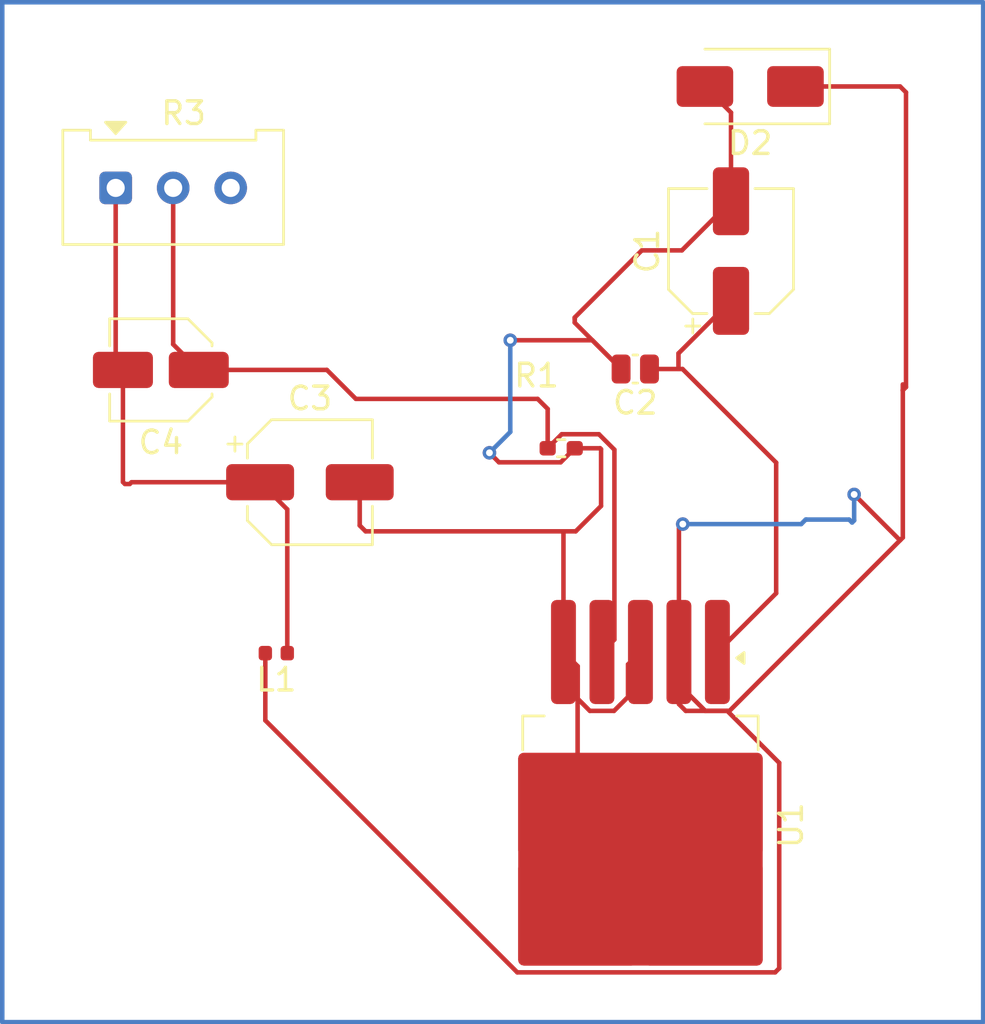
<source format=kicad_pcb>
(kicad_pcb (version 20240108) (generator "pcbnew") (generator_version "8.0")
  (layers (0 "F.Cu" signal) (31 "B.Cu" signal) (34 "B.Paste" user) (35 "F.Paste" user) (36 "B.SilkS" user "B.Silkscreen") (37 "F.SilkS" user "F.Silkscreen") (38 "B.Mask" user) (39 "F.Mask" user) (44 "Edge.Cuts" user))
  (net 0 "")
  (net 1 "GND")
  (net 2 "Net-(U1-VIN)")
  (net 3 "Net-(C3-Pad1)")
  (net 4 "Net-(D2-K)")
  (net 5 "Net-(U1-FB)")
  (footprint "Capacitor_SMD:C_0504_1310Metric_Pad0.83x1.28mm_HandSolder" (layer "F.Cu") (at 132.8725 85.5 180)
    (property "Reference" "C2" (at 0 -1.49 180) (layer "F.SilkS"))
    (property "Value" "100n")
    (fp_line (start -0.101969 0.62) (end 0.101969 0.62) (stroke (width 0.12)) (layer "F.SilkS"))
    (fp_line (start -0.101969 -0.62) (end 0.101969 -0.62) (stroke (width 0.12)) (layer "F.SilkS"))
    (pad "1" smd roundrect (at -0.6275 0 180) (size 0.835 1.28) (layers "F.Cu" "F.Paste" "F.Mask") (net 2 "Net-(U1-VIN)"))
    (pad "2" smd roundrect (at 0.6275 0 180) (size 0.835 1.28) (layers "F.Cu" "F.Paste" "F.Mask") (net 1 "GND"))
  )
  (footprint "Capacitor_SMD:C_Elec_4x5.8" (layer "F.Cu") (at 111.915 85.54 180)
    (property "Reference" "C4" (at 0 -3.2 180) (layer "F.SilkS"))
    (property "Value" "C")
    (fp_line (start 2.26 2.26) (end 2.26 1.06) (stroke (width 0.12)) (layer "F.SilkS"))
    (fp_line (start 2.26 -2.26) (end 2.26 -1.06) (stroke (width 0.12)) (layer "F.SilkS"))
    (fp_line (start -1.195563 2.26) (end 2.26 2.26) (stroke (width 0.12)) (layer "F.SilkS"))
    (fp_line (start -1.195563 -2.26) (end 2.26 -2.26) (stroke (width 0.12)) (layer "F.SilkS"))
    (fp_line (start -2.26 1.195563) (end -1.195563 2.26) (stroke (width 0.12)) (layer "F.SilkS"))
    (fp_line (start -2.26 1.195563) (end -2.26 1.06) (stroke (width 0.12)) (layer "F.SilkS"))
    (fp_line (start -2.26 -1.195563) (end -1.195563 -2.26) (stroke (width 0.12)) (layer "F.SilkS"))
    (fp_line (start -2.26 -1.195563) (end -2.26 -1.06) (stroke (width 0.12)) (layer "F.SilkS"))
    (pad "1" smd roundrect (at -1.675 0 180) (size 2.65 1.6) (layers "F.Cu" "F.Paste" "F.Mask") (roundrect_rratio 0.15625) (net 5 "Net-(U1-FB)"))
    (pad "2" smd roundrect (at 1.675 0 180) (size 2.65 1.6) (layers "F.Cu" "F.Paste" "F.Mask") (roundrect_rratio 0.15625) (net 3 "Net-(C3-Pad1)"))
  )
  (footprint "Potentiometer_THT:Potentiometer_Bourns_3386W_Horizontal" (layer "F.Cu") (at 109.92 77.5)
    (property "Reference" "R3" (at 3 -3.3 0) (layer "F.SilkS"))
    (property "Value" "R_Variable")
    (fp_line (start -2.335 -2.55) (end -2.335 2.5) (stroke (width 0.12)) (layer "F.SilkS"))
    (fp_line (start -2.335 2.5) (end 7.415 2.5) (stroke (width 0.12)) (layer "F.SilkS"))
    (fp_line (start -1.115 -2.55) (end -2.335 -2.55) (stroke (width 0.12)) (layer "F.SilkS"))
    (fp_line (start -1.115 -2.55) (end -1.115 -2.11) (stroke (width 0.12)) (layer "F.SilkS"))
    (fp_line (start -1.115 -2.11) (end 6.195 -2.11) (stroke (width 0.12)) (layer "F.SilkS"))
    (fp_line (start 6.195 -2.55) (end 6.195 -2.11) (stroke (width 0.12)) (layer "F.SilkS"))
    (fp_line (start 6.195 -2.55) (end 7.415 -2.55) (stroke (width 0.12)) (layer "F.SilkS"))
    (fp_line (start 7.415 2.5) (end 7.415 -2.55) (stroke (width 0.12)) (layer "F.SilkS"))
    (fp_poly (pts (xy 0 -2.4) (xy 0.45 -2.9) (xy -0.45 -2.9)) (stroke (width 0.12)) (fill solid) (layer "F.SilkS"))
    (pad "1" thru_hole roundrect (at 0 0 90) (size 1.44 1.44) (drill 0.8) (layers "*.Cu" "*.Mask") (roundrect_rratio 0.1736111111) (net 3 "Net-(C3-Pad1)"))
    (pad "2" thru_hole circle (at 2.54 0 90) (size 1.44 1.44) (drill 0.8) (layers "*.Cu" "*.Mask") (net 5 "Net-(U1-FB)"))
    (pad "3" thru_hole circle (at 5.08 0 90) (size 1.44 1.44) (drill 0.8) (layers "*.Cu" "*.Mask"))
  )
  (footprint "Package_TO_SOT_SMD:TO-263-5_TabPin3" (layer "F.Cu") (at 133.1 105.65 -90)
    (property "Reference" "U1" (at 0 -6.65 90) (layer "F.SilkS"))
    (property "Value" "LM2596S-3.3")
    (fp_line (start -4.825 5.2) (end -4.825 4.25) (stroke (width 0.12)) (layer "F.SilkS"))
    (fp_line (start -3.325 5.2) (end -4.825 5.2) (stroke (width 0.12)) (layer "F.SilkS"))
    (fp_line (start -4.825 -5.2) (end -4.825 -4.25) (stroke (width 0.12)) (layer "F.SilkS"))
    (fp_line (start -3.325 -5.2) (end -4.825 -5.2) (stroke (width 0.12)) (layer "F.SilkS"))
    (fp_poly (pts (xy -7.3875 -4.25) (xy -7.6275 -4.58) (xy -7.1475 -4.58) (xy -7.3875 -4.25)) (stroke (width 0.12)) (fill solid) (layer "F.SilkS"))
    (pad "1" smd roundrect (at -7.65 -3.4 270) (size 4.6 1.1) (layers "F.Cu" "F.Paste" "F.Mask") (roundrect_rratio 0.227273) (net 2 "Net-(U1-VIN)"))
    (pad "2" smd roundrect (at -7.65 -1.7 270) (size 4.6 1.1) (layers "F.Cu" "F.Paste" "F.Mask") (roundrect_rratio 0.227273) (net 4 "Net-(D2-K)"))
    (pad "3" smd roundrect (at -7.65 0 270) (size 4.6 1.1) (layers "F.Cu" "F.Paste" "F.Mask") (roundrect_rratio 0.227273) (net 1 "GND"))
    (pad "3" smd roundrect (at -0.925 -2.775 270) (size 4.55 5.25) (layers "F.Cu" "F.Paste") (roundrect_rratio 0.054945) (net 1 "GND"))
    (pad "3" smd roundrect (at -0.925 2.775 270) (size 4.55 5.25) (layers "F.Cu" "F.Paste") (roundrect_rratio 0.054945) (net 1 "GND"))
    (pad "3" smd roundrect (at 1.5 0 270) (size 9.4 10.8) (layers "F.Cu" "F.Mask") (roundrect_rratio 0.026596) (net 1 "GND"))
    (pad "3" smd roundrect (at 3.925 -2.775 270) (size 4.55 5.25) (layers "F.Cu" "F.Paste") (roundrect_rratio 0.054945) (net 1 "GND"))
    (pad "3" smd roundrect (at 3.925 2.775 270) (size 4.55 5.25) (layers "F.Cu" "F.Paste") (roundrect_rratio 0.054945) (net 1 "GND"))
    (pad "4" smd roundrect (at -7.65 1.7 270) (size 4.6 1.1) (layers "F.Cu" "F.Paste" "F.Mask") (roundrect_rratio 0.227273) (net 5 "Net-(U1-FB)"))
    (pad "5" smd roundrect (at -7.65 3.4 270) (size 4.6 1.1) (layers "F.Cu" "F.Paste" "F.Mask") (roundrect_rratio 0.227273) (net 1 "GND"))
  )
  (footprint "Capacitor_SMD:CP_Elec_5x3.9" (layer "F.Cu") (at 137.1 80.29 90)
    (property "Reference" "C1" (at 0 -3.7 270) (layer "F.SilkS"))
    (property "Value" "220u")
    (fp_line (start 2.76 -2.76) (end 2.76 -1.06) (stroke (width 0.12)) (layer "F.SilkS"))
    (fp_line (start -1.695563 -2.76) (end 2.76 -2.76) (stroke (width 0.12)) (layer "F.SilkS"))
    (fp_line (start -3.3125 -1.9975) (end -3.3125 -1.3725) (stroke (width 0.12)) (layer "F.SilkS"))
    (fp_line (start -2.76 -1.695563) (end -1.695563 -2.76) (stroke (width 0.12)) (layer "F.SilkS"))
    (fp_line (start -2.76 -1.695563) (end -2.76 -1.06) (stroke (width 0.12)) (layer "F.SilkS"))
    (fp_line (start -3.625 -1.685) (end -3 -1.685) (stroke (width 0.12)) (layer "F.SilkS"))
    (fp_line (start -2.76 1.695563) (end -2.76 1.06) (stroke (width 0.12)) (layer "F.SilkS"))
    (fp_line (start -2.76 1.695563) (end -1.695563 2.76) (stroke (width 0.12)) (layer "F.SilkS"))
    (fp_line (start 2.76 2.76) (end 2.76 1.06) (stroke (width 0.12)) (layer "F.SilkS"))
    (fp_line (start -1.695563 2.76) (end 2.76 2.76) (stroke (width 0.12)) (layer "F.SilkS"))
    (pad "1" smd roundrect (at -2.2 0 90) (size 3 1.6) (layers "F.Cu" "F.Paste" "F.Mask") (roundrect_rratio 0.15625) (net 2 "Net-(U1-VIN)"))
    (pad "2" smd roundrect (at 2.2 0 90) (size 3 1.6) (layers "F.Cu" "F.Paste" "F.Mask") (roundrect_rratio 0.15625) (net 1 "GND"))
  )
  (footprint "Capacitor_SMD:CP_Elec_5x3.9" (layer "F.Cu") (at 118.5 90.5)
    (property "Reference" "C3" (at 0 -3.7 0) (layer "F.SilkS"))
    (property "Value" "220u")
    (fp_line (start -3.625 -1.685) (end -3 -1.685) (stroke (width 0.12)) (layer "F.SilkS"))
    (fp_line (start -3.3125 -1.9975) (end -3.3125 -1.3725) (stroke (width 0.12)) (layer "F.SilkS"))
    (fp_line (start -2.76 -1.695563) (end -2.76 -1.06) (stroke (width 0.12)) (layer "F.SilkS"))
    (fp_line (start -2.76 -1.695563) (end -1.695563 -2.76) (stroke (width 0.12)) (layer "F.SilkS"))
    (fp_line (start -2.76 1.695563) (end -2.76 1.06) (stroke (width 0.12)) (layer "F.SilkS"))
    (fp_line (start -2.76 1.695563) (end -1.695563 2.76) (stroke (width 0.12)) (layer "F.SilkS"))
    (fp_line (start -1.695563 -2.76) (end 2.76 -2.76) (stroke (width 0.12)) (layer "F.SilkS"))
    (fp_line (start -1.695563 2.76) (end 2.76 2.76) (stroke (width 0.12)) (layer "F.SilkS"))
    (fp_line (start 2.76 -2.76) (end 2.76 -1.06) (stroke (width 0.12)) (layer "F.SilkS"))
    (fp_line (start 2.76 2.76) (end 2.76 1.06) (stroke (width 0.12)) (layer "F.SilkS"))
    (pad "1" smd roundrect (at -2.2 0) (size 3 1.6) (layers "F.Cu" "F.Paste" "F.Mask") (roundrect_rratio 0.15625) (net 3 "Net-(C3-Pad1)"))
    (pad "2" smd roundrect (at 2.2 0) (size 3 1.6) (layers "F.Cu" "F.Paste" "F.Mask") (roundrect_rratio 0.15625) (net 1 "GND"))
  )
  (footprint "Diode_SMD:D_SMA" (layer "F.Cu") (at 137.9475 73.02 180)
    (property "Reference" "D2" (at 0 -2.5 180) (layer "F.SilkS"))
    (property "Value" "SS38")
    (fp_line (start -3.51 1.65) (end 2 1.65) (stroke (width 0.12)) (layer "F.SilkS"))
    (fp_line (start -3.51 -1.65) (end 2 -1.65) (stroke (width 0.12)) (layer "F.SilkS"))
    (fp_line (start -3.51 -1.65) (end -3.51 1.65) (stroke (width 0.12)) (layer "F.SilkS"))
    (pad "1" smd roundrect (at -2 0 180) (size 2.5 1.8) (layers "F.Cu" "F.Paste" "F.Mask") (roundrect_rratio 0.1388888889) (net 4 "Net-(D2-K)"))
    (pad "2" smd roundrect (at 2 0 180) (size 2.5 1.8) (layers "F.Cu" "F.Paste" "F.Mask") (roundrect_rratio 0.1388888889) (net 1 "GND"))
  )
  (footprint "Inductor_SMD:L_0402_1005Metric" (layer "F.Cu") (at 117.015 98.05 180)
    (property "Reference" "L1" (at 0 -1.17 180) (layer "F.SilkS"))
    (property "Value" "330uH")
    (pad "1" smd roundrect (at -0.485 0 180) (size 0.59 0.64) (layers "F.Cu" "F.Paste" "F.Mask") (net 3 "Net-(C3-Pad1)"))
    (pad "2" smd roundrect (at 0.485 0 180) (size 0.59 0.64) (layers "F.Cu" "F.Paste" "F.Mask") (net 4 "Net-(D2-K)"))
  )
  (footprint "Resistor_SMD:R_0402_1005Metric_Pad0.72x0.64mm_HandSolder" (layer "F.Cu") (at 129.6 89)
    (property "Reference" "R1" (at -1.09 -3.21 0) (layer "F.SilkS"))
    (property "Value" "330")
    (fp_line (start -0.167621 -0.38) (end 0.167621 -0.38) (stroke (width 0.12)) (layer "F.SilkS"))
    (fp_line (start -0.167621 0.38) (end 0.167621 0.38) (stroke (width 0.12)) (layer "F.SilkS"))
    (pad "1" smd roundrect (at -0.5975 0) (size 0.715 0.64) (layers "F.Cu" "F.Paste" "F.Mask") (net 5 "Net-(U1-FB)"))
    (pad "2" smd roundrect (at 0.5975 0) (size 0.715 0.64) (layers "F.Cu" "F.Paste" "F.Mask") (net 1 "GND"))
  )
  (gr_rect (start 104.91 69.3) (end 148.24 114.35) (stroke (width 0.2)) (fill none) (layer "B.Cu"))
  (segment (start 134.93 80.26) (end 133.16 80.26) (width 0.2) (layer "F.Cu") (net 1))
  (segment (start 126.85 89.62) (end 126.43 89.2) (width 0.2) (layer "F.Cu") (net 1))
  (segment (start 129.64 92.67) (end 130.24 92.67) (width 0.2) (layer "F.Cu") (net 1))
  (segment (start 130.325 104.725) (end 130.325 98.625) (width 0.2) (layer "F.Cu") (net 1))
  (segment (start 120.7 90.5) (end 120.7 92.41) (width 0.2) (layer "F.Cu") (net 1))
  (segment (start 130.1975 89) (end 129.5775 89.62) (width 0.2) (layer "F.Cu") (net 1))
  (segment (start 132.245 85.5) (end 130.1975 83.4525) (width 0.2) (layer "F.Cu") (net 1))
  (segment (start 130.325 100.059744) (end 130.325 98.625) (width 0.2) (layer "F.Cu") (net 1))
  (segment (start 137.1 74.1725) (end 135.9475 73.02) (width 0.2) (layer "F.Cu") (net 1))
  (segment (start 137.1 78.09) (end 137.1 74.1725) (width 0.2) (layer "F.Cu") (net 1))
  (segment (start 131.36 91.55) (end 131.36 89.04) (width 0.2) (layer "F.Cu") (net 1))
  (segment (start 130.1975 83.4525) (end 130.1975 83.29) (width 0.2) (layer "F.Cu") (net 1))
  (segment (start 129.7 92.73) (end 129.64 92.67) (width 0.2) (layer "F.Cu") (net 1))
  (segment (start 129.7 98) (end 129.7 92.73) (width 0.2) (layer "F.Cu") (net 1))
  (segment (start 130.865256 100.6) (end 130.325 100.059744) (width 0.2) (layer "F.Cu") (net 1))
  (segment (start 130.1975 83.2225) (end 130.1975 83.29) (width 0.2) (layer "F.Cu") (net 1))
  (segment (start 132.55 98.55) (end 132.55 99.984744) (width 0.2) (layer "F.Cu") (net 1))
  (segment (start 120.96 92.67) (end 129.64 92.67) (width 0.2) (layer "F.Cu") (net 1))
  (segment (start 132.55 99.984744) (end 131.934744 100.6) (width 0.2) (layer "F.Cu") (net 1))
  (segment (start 131.36 89.04) (end 131.32 89) (width 0.2) (layer "F.Cu") (net 1))
  (segment (start 130.975 84.23) (end 132.245 85.5) (width 0.2) (layer "F.Cu") (net 1))
  (segment (start 131.32 89) (end 130.1975 89) (width 0.2) (layer "F.Cu") (net 1))
  (segment (start 120.7 92.41) (end 120.96 92.67) (width 0.2) (layer "F.Cu") (net 1))
  (segment (start 130.325 98.625) (end 129.7 98) (width 0.2) (layer "F.Cu") (net 1))
  (segment (start 133.1 98) (end 132.55 98.55) (width 0.2) (layer "F.Cu") (net 1))
  (segment (start 131.934744 100.6) (end 130.865256 100.6) (width 0.2) (layer "F.Cu") (net 1))
  (segment (start 137.1 78.09) (end 134.93 80.26) (width 0.2) (layer "F.Cu") (net 1))
  (segment (start 127.35 84.23) (end 130.975 84.23) (width 0.2) (layer "F.Cu") (net 1))
  (segment (start 130.24 92.67) (end 131.36 91.55) (width 0.2) (layer "F.Cu") (net 1))
  (segment (start 129.5775 89.62) (end 126.85 89.62) (width 0.2) (layer "F.Cu") (net 1))
  (segment (start 133.16 80.26) (end 130.1975 83.2225) (width 0.2) (layer "F.Cu") (net 1))
  (via (at 126.43 89.2) (size 0.6) (drill 0.3) (layers "F.Cu" "B.Cu") (net 1))
  (via (at 127.35 84.23) (size 0.6) (drill 0.3) (layers "F.Cu" "B.Cu") (net 1))
  (segment (start 126.43 89.2) (end 127.35 88.28) (width 0.2) (layer "B.Cu") (net 1))
  (segment (start 127.35 88.28) (end 127.35 84.23) (width 0.2) (layer "B.Cu") (net 1))
  (segment (start 134.78 85.5) (end 133.5 85.5) (width 0.2) (layer "F.Cu") (net 2))
  (segment (start 139.095 95.405) (end 139.095 89.635) (width 0.2) (layer "F.Cu") (net 2))
  (segment (start 139.095 89.635) (end 134.96 85.5) (width 0.2) (layer "F.Cu") (net 2))
  (segment (start 134.78 84.81) (end 134.78 85.5) (width 0.2) (layer "F.Cu") (net 2))
  (segment (start 137.1 82.49) (end 134.78 84.81) (width 0.2) (layer "F.Cu") (net 2))
  (segment (start 134.96 85.5) (end 134.78 85.5) (width 0.2) (layer "F.Cu") (net 2))
  (segment (start 136.5 98) (end 139.095 95.405) (width 0.2) (layer "F.Cu") (net 2))
  (segment (start 110.54 90.58) (end 110.62 90.5) (width 0.2) (layer "F.Cu") (net 3))
  (segment (start 109.92 85.1) (end 109.92 77.5) (width 0.2) (layer "F.Cu") (net 3))
  (segment (start 117.5 98.05) (end 117.5 91.7) (width 0.2) (layer "F.Cu") (net 3))
  (segment (start 110.24 85.54) (end 110.24 85.42) (width 0.2) (layer "F.Cu") (net 3))
  (segment (start 110.62 90.5) (end 116.3 90.5) (width 0.2) (layer "F.Cu") (net 3))
  (segment (start 110.24 85.42) (end 109.92 85.1) (width 0.2) (layer "F.Cu") (net 3))
  (segment (start 110.24 90.49) (end 110.33 90.58) (width 0.2) (layer "F.Cu") (net 3))
  (segment (start 110.33 90.58) (end 110.54 90.58) (width 0.2) (layer "F.Cu") (net 3))
  (segment (start 117.5 91.7) (end 116.3 90.5) (width 0.2) (layer "F.Cu") (net 3))
  (segment (start 110.24 85.54) (end 110.24 90.49) (width 0.2) (layer "F.Cu") (net 3))
  (segment (start 116.53 101.02) (end 116.53 98.05) (width 0.2) (layer "F.Cu") (net 4))
  (segment (start 144.69 86.44) (end 144.69 86.18) (width 0.2) (layer "F.Cu") (net 4))
  (segment (start 134.8 98) (end 134.8 92.52) (width 0.2) (layer "F.Cu") (net 4))
  (segment (start 144.83 86.3) (end 144.69 86.44) (width 0.2) (layer "F.Cu") (net 4))
  (segment (start 144.577372 93.057372) (end 144.69 92.944744) (width 0.2) (layer "F.Cu") (net 4))
  (segment (start 135.965256 100.6) (end 137.034744 100.6) (width 0.2) (layer "F.Cu") (net 4))
  (segment (start 134.8 99.434744) (end 135.965256 100.6) (width 0.2) (layer "F.Cu") (net 4))
  (segment (start 139.23 102.895256) (end 139.23 111.97) (width 0.2) (layer "F.Cu") (net 4))
  (segment (start 144.83 73.28) (end 144.83 86.3) (width 0.2) (layer "F.Cu") (net 4))
  (segment (start 134.8 98) (end 134.8 100.3) (width 0.2) (layer "F.Cu") (net 4))
  (segment (start 127.66 112.15) (end 116.53 101.02) (width 0.2) (layer "F.Cu") (net 4))
  (segment (start 144.69 92.944744) (end 144.69 86.44) (width 0.2) (layer "F.Cu") (net 4))
  (segment (start 134.8 92.52) (end 134.97 92.35) (width 0.2) (layer "F.Cu") (net 4))
  (segment (start 135.1 100.6) (end 136.934744 100.6) (width 0.2) (layer "F.Cu") (net 4))
  (segment (start 144.57 73.02) (end 144.83 73.28) (width 0.2) (layer "F.Cu") (net 4))
  (segment (start 134.8 100.3) (end 135.1 100.6) (width 0.2) (layer "F.Cu") (net 4))
  (segment (start 139.23 111.97) (end 139.05 112.15) (width 0.2) (layer "F.Cu") (net 4))
  (segment (start 136.934744 100.6) (end 139.23 102.895256) (width 0.2) (layer "F.Cu") (net 4))
  (segment (start 137.034744 100.6) (end 144.577372 93.057372) (width 0.2) (layer "F.Cu") (net 4))
  (segment (start 144.557372 93.057372) (end 144.577372 93.057372) (width 0.2) (layer "F.Cu") (net 4))
  (segment (start 139.9475 73.02) (end 144.57 73.02) (width 0.2) (layer "F.Cu") (net 4))
  (segment (start 142.54 91.04) (end 144.557372 93.057372) (width 0.2) (layer "F.Cu") (net 4))
  (segment (start 139.05 112.15) (end 127.66 112.15) (width 0.2) (layer "F.Cu") (net 4))
  (via (at 134.97 92.35) (size 0.6) (drill 0.3) (layers "F.Cu" "B.Cu") (net 4))
  (via (at 142.54 91.04) (size 0.6) (drill 0.3) (layers "F.Cu" "B.Cu") (net 4))
  (segment (start 142.45 92.28) (end 142.54 92.19) (width 0.2) (layer "B.Cu") (net 4))
  (segment (start 140.2 92.35) (end 140.4 92.15) (width 0.2) (layer "B.Cu") (net 4))
  (segment (start 140.4 92.15) (end 140.44 92.15) (width 0.2) (layer "B.Cu") (net 4))
  (segment (start 142.54 92.19) (end 142.54 91.04) (width 0.2) (layer "B.Cu") (net 4))
  (segment (start 142.32 92.15) (end 142.45 92.28) (width 0.2) (layer "B.Cu") (net 4))
  (segment (start 134.97 92.35) (end 140.2 92.35) (width 0.2) (layer "B.Cu") (net 4))
  (segment (start 140.44 92.15) (end 142.32 92.15) (width 0.2) (layer "B.Cu") (net 4))
  (segment (start 131.4 98) (end 131.95 97.45) (width 0.2) (layer "F.Cu") (net 5))
  (segment (start 131.265685 88.38) (end 129.6225 88.38) (width 0.2) (layer "F.Cu") (net 5))
  (segment (start 131.95 89.064315) (end 131.265685 88.38) (width 0.2) (layer "F.Cu") (net 5))
  (segment (start 113.59 85.54) (end 119.25 85.54) (width 0.2) (layer "F.Cu") (net 5))
  (segment (start 112.46 84.41) (end 112.46 77.5) (width 0.2) (layer "F.Cu") (net 5))
  (segment (start 131.95 97.45) (end 131.95 89.064315) (width 0.2) (layer "F.Cu") (net 5))
  (segment (start 119.25 85.54) (end 120.53 86.82) (width 0.2) (layer "F.Cu") (net 5))
  (segment (start 128.56 86.82) (end 129.0025 87.2625) (width 0.2) (layer "F.Cu") (net 5))
  (segment (start 129.0025 87.2625) (end 129.0025 89) (width 0.2) (layer "F.Cu") (net 5))
  (segment (start 129.6225 88.38) (end 129.0025 89) (width 0.2) (layer "F.Cu") (net 5))
  (segment (start 120.53 86.82) (end 128.56 86.82) (width 0.2) (layer "F.Cu") (net 5))
  (segment (start 113.59 85.54) (end 112.46 84.41) (width 0.2) (layer "F.Cu") (net 5))
)
</source>
